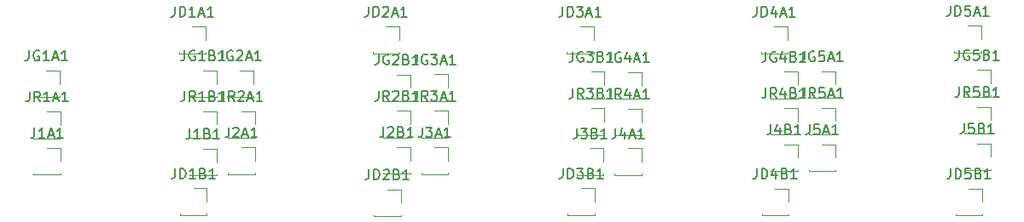
<source format=gbr>
G04 #@! TF.GenerationSoftware,KiCad,Pcbnew,6.0.0-unknown-cbea514~86~ubuntu18.04.1*
G04 #@! TF.CreationDate,2019-06-03T21:41:18+01:00*
G04 #@! TF.ProjectId,keyb,6b657962-2e6b-4696-9361-645f70636258,rev?*
G04 #@! TF.SameCoordinates,Original*
G04 #@! TF.FileFunction,Legend,Top*
G04 #@! TF.FilePolarity,Positive*
%FSLAX46Y46*%
G04 Gerber Fmt 4.6, Leading zero omitted, Abs format (unit mm)*
G04 Created by KiCad (PCBNEW 6.0.0-unknown-cbea514~86~ubuntu18.04.1) date 2019-06-03 21:41:18*
%MOMM*%
%LPD*%
G04 APERTURE LIST*
%ADD10C,0.120000*%
%ADD11C,0.150000*%
G04 APERTURE END LIST*
D10*
X111496800Y-85327800D02*
X114156800Y-85327800D01*
X111496800Y-85207800D02*
X111496800Y-85327800D01*
X114156800Y-85207800D02*
X114156800Y-85327800D01*
X114156800Y-82667800D02*
X114156800Y-83997800D01*
X112826800Y-82667800D02*
X114156800Y-82667800D01*
X97044200Y-93481200D02*
X99704200Y-93481200D01*
X97044200Y-93361200D02*
X97044200Y-93481200D01*
X99704200Y-93361200D02*
X99704200Y-93481200D01*
X99704200Y-90821200D02*
X99704200Y-92151200D01*
X98374200Y-90821200D02*
X99704200Y-90821200D01*
X112436600Y-97037200D02*
X115096600Y-97037200D01*
X112436600Y-96917200D02*
X112436600Y-97037200D01*
X115096600Y-96917200D02*
X115096600Y-97037200D01*
X115096600Y-94377200D02*
X115096600Y-95707200D01*
X113766600Y-94377200D02*
X115096600Y-94377200D01*
X112436600Y-93405000D02*
X115096600Y-93405000D01*
X112436600Y-93285000D02*
X112436600Y-93405000D01*
X115096600Y-93285000D02*
X115096600Y-93405000D01*
X115096600Y-90745000D02*
X115096600Y-92075000D01*
X113766600Y-90745000D02*
X115096600Y-90745000D01*
X112436600Y-89722000D02*
X115096600Y-89722000D01*
X112436600Y-89602000D02*
X112436600Y-89722000D01*
X115096600Y-89602000D02*
X115096600Y-89722000D01*
X115096600Y-87062000D02*
X115096600Y-88392000D01*
X113766600Y-87062000D02*
X115096600Y-87062000D01*
X97018800Y-89849000D02*
X99678800Y-89849000D01*
X97018800Y-89729000D02*
X97018800Y-89849000D01*
X99678800Y-89729000D02*
X99678800Y-89849000D01*
X99678800Y-87189000D02*
X99678800Y-88519000D01*
X98348800Y-87189000D02*
X99678800Y-87189000D01*
X97044200Y-97113400D02*
X99704200Y-97113400D01*
X97044200Y-96993400D02*
X97044200Y-97113400D01*
X99704200Y-96993400D02*
X99704200Y-97113400D01*
X99704200Y-94453400D02*
X99704200Y-95783400D01*
X98374200Y-94453400D02*
X99704200Y-94453400D01*
X111598400Y-101533000D02*
X114258400Y-101533000D01*
X111598400Y-101413000D02*
X111598400Y-101533000D01*
X114258400Y-101413000D02*
X114258400Y-101533000D01*
X114258400Y-98873000D02*
X114258400Y-100203000D01*
X112928400Y-98873000D02*
X114258400Y-98873000D01*
X53762600Y-85404000D02*
X56422600Y-85404000D01*
X53762600Y-85284000D02*
X53762600Y-85404000D01*
X56422600Y-85284000D02*
X56422600Y-85404000D01*
X56422600Y-82744000D02*
X56422600Y-84074000D01*
X55092600Y-82744000D02*
X56422600Y-82744000D01*
X54829400Y-90179200D02*
X57489400Y-90179200D01*
X54829400Y-90059200D02*
X54829400Y-90179200D01*
X57489400Y-90059200D02*
X57489400Y-90179200D01*
X57489400Y-87519200D02*
X57489400Y-88849200D01*
X56159400Y-87519200D02*
X57489400Y-87519200D01*
X54829400Y-97392800D02*
X57489400Y-97392800D01*
X54829400Y-97272800D02*
X54829400Y-97392800D01*
X57489400Y-97272800D02*
X57489400Y-97392800D01*
X57489400Y-94732800D02*
X57489400Y-96062800D01*
X56159400Y-94732800D02*
X57489400Y-94732800D01*
X74031800Y-97519800D02*
X76691800Y-97519800D01*
X74031800Y-97399800D02*
X74031800Y-97519800D01*
X76691800Y-97399800D02*
X76691800Y-97519800D01*
X76691800Y-94859800D02*
X76691800Y-96189800D01*
X75361800Y-94859800D02*
X76691800Y-94859800D01*
X73142800Y-101507600D02*
X75802800Y-101507600D01*
X73142800Y-101387600D02*
X73142800Y-101507600D01*
X75802800Y-101387600D02*
X75802800Y-101507600D01*
X75802800Y-98847600D02*
X75802800Y-100177600D01*
X74472800Y-98847600D02*
X75802800Y-98847600D01*
X73041200Y-85404000D02*
X75701200Y-85404000D01*
X73041200Y-85284000D02*
X73041200Y-85404000D01*
X75701200Y-85284000D02*
X75701200Y-85404000D01*
X75701200Y-82744000D02*
X75701200Y-84074000D01*
X74371200Y-82744000D02*
X75701200Y-82744000D01*
X58588600Y-97418200D02*
X61248600Y-97418200D01*
X58588600Y-97298200D02*
X58588600Y-97418200D01*
X61248600Y-97298200D02*
X61248600Y-97418200D01*
X61248600Y-94758200D02*
X61248600Y-96088200D01*
X59918600Y-94758200D02*
X61248600Y-94758200D01*
X58588600Y-93786000D02*
X61248600Y-93786000D01*
X58588600Y-93666000D02*
X58588600Y-93786000D01*
X61248600Y-93666000D02*
X61248600Y-93786000D01*
X61248600Y-91126000D02*
X61248600Y-92456000D01*
X59918600Y-91126000D02*
X61248600Y-91126000D01*
X54829400Y-93786000D02*
X57489400Y-93786000D01*
X54829400Y-93666000D02*
X54829400Y-93786000D01*
X57489400Y-93666000D02*
X57489400Y-93786000D01*
X57489400Y-91126000D02*
X57489400Y-92456000D01*
X56159400Y-91126000D02*
X57489400Y-91126000D01*
X58588600Y-90153800D02*
X61248600Y-90153800D01*
X58588600Y-90033800D02*
X58588600Y-90153800D01*
X61248600Y-90033800D02*
X61248600Y-90153800D01*
X61248600Y-87493800D02*
X61248600Y-88823800D01*
X59918600Y-87493800D02*
X61248600Y-87493800D01*
X39411600Y-93811400D02*
X42071600Y-93811400D01*
X39411600Y-93691400D02*
X39411600Y-93811400D01*
X42071600Y-93691400D02*
X42071600Y-93811400D01*
X42071600Y-91151400D02*
X42071600Y-92481400D01*
X40741600Y-91151400D02*
X42071600Y-91151400D01*
X74108000Y-93532000D02*
X76768000Y-93532000D01*
X74108000Y-93412000D02*
X74108000Y-93532000D01*
X76768000Y-93412000D02*
X76768000Y-93532000D01*
X76768000Y-90872000D02*
X76768000Y-92202000D01*
X75438000Y-90872000D02*
X76768000Y-90872000D01*
X74108000Y-89899800D02*
X76768000Y-89899800D01*
X74108000Y-89779800D02*
X74108000Y-89899800D01*
X76768000Y-89779800D02*
X76768000Y-89899800D01*
X76768000Y-87239800D02*
X76768000Y-88569800D01*
X75438000Y-87239800D02*
X76768000Y-87239800D01*
X93259600Y-93506600D02*
X95919600Y-93506600D01*
X93259600Y-93386600D02*
X93259600Y-93506600D01*
X95919600Y-93386600D02*
X95919600Y-93506600D01*
X95919600Y-90846600D02*
X95919600Y-92176600D01*
X94589600Y-90846600D02*
X95919600Y-90846600D01*
X93259600Y-97113400D02*
X95919600Y-97113400D01*
X93259600Y-96993400D02*
X93259600Y-97113400D01*
X95919600Y-96993400D02*
X95919600Y-97113400D01*
X95919600Y-94453400D02*
X95919600Y-95783400D01*
X94589600Y-94453400D02*
X95919600Y-94453400D01*
X39411600Y-97418200D02*
X42071600Y-97418200D01*
X39411600Y-97298200D02*
X39411600Y-97418200D01*
X42071600Y-97298200D02*
X42071600Y-97418200D01*
X42071600Y-94758200D02*
X42071600Y-96088200D01*
X40741600Y-94758200D02*
X42071600Y-94758200D01*
X20133000Y-97469000D02*
X22793000Y-97469000D01*
X20133000Y-97349000D02*
X20133000Y-97469000D01*
X22793000Y-97349000D02*
X22793000Y-97469000D01*
X22793000Y-94809000D02*
X22793000Y-96139000D01*
X21463000Y-94809000D02*
X22793000Y-94809000D01*
X34560200Y-85404000D02*
X37220200Y-85404000D01*
X34560200Y-85284000D02*
X34560200Y-85404000D01*
X37220200Y-85284000D02*
X37220200Y-85404000D01*
X37220200Y-82744000D02*
X37220200Y-84074000D01*
X35890200Y-82744000D02*
X37220200Y-82744000D01*
X20082200Y-89772800D02*
X22742200Y-89772800D01*
X20082200Y-89652800D02*
X20082200Y-89772800D01*
X22742200Y-89652800D02*
X22742200Y-89772800D01*
X22742200Y-87112800D02*
X22742200Y-88442800D01*
X21412200Y-87112800D02*
X22742200Y-87112800D01*
X20133000Y-93862200D02*
X22793000Y-93862200D01*
X20133000Y-93742200D02*
X20133000Y-93862200D01*
X22793000Y-93742200D02*
X22793000Y-93862200D01*
X22793000Y-91202200D02*
X22793000Y-92532200D01*
X21463000Y-91202200D02*
X22793000Y-91202200D01*
X34661800Y-101507600D02*
X37321800Y-101507600D01*
X34661800Y-101387600D02*
X34661800Y-101507600D01*
X37321800Y-101387600D02*
X37321800Y-101507600D01*
X37321800Y-98847600D02*
X37321800Y-100177600D01*
X35991800Y-98847600D02*
X37321800Y-98847600D01*
X35601600Y-97570600D02*
X38261600Y-97570600D01*
X35601600Y-97450600D02*
X35601600Y-97570600D01*
X38261600Y-97450600D02*
X38261600Y-97570600D01*
X38261600Y-94910600D02*
X38261600Y-96240600D01*
X36931600Y-94910600D02*
X38261600Y-94910600D01*
X35601600Y-89772800D02*
X38261600Y-89772800D01*
X35601600Y-89652800D02*
X35601600Y-89772800D01*
X38261600Y-89652800D02*
X38261600Y-89772800D01*
X38261600Y-87112800D02*
X38261600Y-88442800D01*
X36931600Y-87112800D02*
X38261600Y-87112800D01*
X77791000Y-93582800D02*
X80451000Y-93582800D01*
X77791000Y-93462800D02*
X77791000Y-93582800D01*
X80451000Y-93462800D02*
X80451000Y-93582800D01*
X80451000Y-90922800D02*
X80451000Y-92252800D01*
X79121000Y-90922800D02*
X80451000Y-90922800D01*
X92370600Y-101533000D02*
X95030600Y-101533000D01*
X92370600Y-101413000D02*
X92370600Y-101533000D01*
X95030600Y-101413000D02*
X95030600Y-101533000D01*
X95030600Y-98873000D02*
X95030600Y-100203000D01*
X93700600Y-98873000D02*
X95030600Y-98873000D01*
X77791000Y-97519800D02*
X80451000Y-97519800D01*
X77791000Y-97399800D02*
X77791000Y-97519800D01*
X80451000Y-97399800D02*
X80451000Y-97519800D01*
X80451000Y-94859800D02*
X80451000Y-96189800D01*
X79121000Y-94859800D02*
X80451000Y-94859800D01*
X77791000Y-89950600D02*
X80451000Y-89950600D01*
X77791000Y-89830600D02*
X77791000Y-89950600D01*
X80451000Y-89830600D02*
X80451000Y-89950600D01*
X80451000Y-87290600D02*
X80451000Y-88620600D01*
X79121000Y-87290600D02*
X80451000Y-87290600D01*
X93259600Y-89899800D02*
X95919600Y-89899800D01*
X93259600Y-89779800D02*
X93259600Y-89899800D01*
X95919600Y-89779800D02*
X95919600Y-89899800D01*
X95919600Y-87239800D02*
X95919600Y-88569800D01*
X94589600Y-87239800D02*
X95919600Y-87239800D01*
X92294400Y-85404000D02*
X94954400Y-85404000D01*
X92294400Y-85284000D02*
X92294400Y-85404000D01*
X94954400Y-85284000D02*
X94954400Y-85404000D01*
X94954400Y-82744000D02*
X94954400Y-84074000D01*
X93624400Y-82744000D02*
X94954400Y-82744000D01*
X39284600Y-89772800D02*
X41944600Y-89772800D01*
X39284600Y-89652800D02*
X39284600Y-89772800D01*
X41944600Y-89652800D02*
X41944600Y-89772800D01*
X41944600Y-87112800D02*
X41944600Y-88442800D01*
X40614600Y-87112800D02*
X41944600Y-87112800D01*
X53889600Y-101609200D02*
X56549600Y-101609200D01*
X53889600Y-101489200D02*
X53889600Y-101609200D01*
X56549600Y-101489200D02*
X56549600Y-101609200D01*
X56549600Y-98949200D02*
X56549600Y-100279200D01*
X55219600Y-98949200D02*
X56549600Y-98949200D01*
X35601600Y-93811400D02*
X38261600Y-93811400D01*
X35601600Y-93691400D02*
X35601600Y-93811400D01*
X38261600Y-93691400D02*
X38261600Y-93811400D01*
X38261600Y-91151400D02*
X38261600Y-92481400D01*
X36931600Y-91151400D02*
X38261600Y-91151400D01*
D11*
X111088704Y-80680180D02*
X111088704Y-81394466D01*
X111041085Y-81537323D01*
X110945847Y-81632561D01*
X110802990Y-81680180D01*
X110707752Y-81680180D01*
X111564895Y-81680180D02*
X111564895Y-80680180D01*
X111802990Y-80680180D01*
X111945847Y-80727800D01*
X112041085Y-80823038D01*
X112088704Y-80918276D01*
X112136323Y-81108752D01*
X112136323Y-81251609D01*
X112088704Y-81442085D01*
X112041085Y-81537323D01*
X111945847Y-81632561D01*
X111802990Y-81680180D01*
X111564895Y-81680180D01*
X113041085Y-80680180D02*
X112564895Y-80680180D01*
X112517276Y-81156371D01*
X112564895Y-81108752D01*
X112660133Y-81061133D01*
X112898228Y-81061133D01*
X112993466Y-81108752D01*
X113041085Y-81156371D01*
X113088704Y-81251609D01*
X113088704Y-81489704D01*
X113041085Y-81584942D01*
X112993466Y-81632561D01*
X112898228Y-81680180D01*
X112660133Y-81680180D01*
X112564895Y-81632561D01*
X112517276Y-81584942D01*
X113469657Y-81394466D02*
X113945847Y-81394466D01*
X113374419Y-81680180D02*
X113707752Y-80680180D01*
X114041085Y-81680180D01*
X114898228Y-81680180D02*
X114326800Y-81680180D01*
X114612514Y-81680180D02*
X114612514Y-80680180D01*
X114517276Y-80823038D01*
X114422038Y-80918276D01*
X114326800Y-80965895D01*
X96636104Y-88833580D02*
X96636104Y-89547866D01*
X96588485Y-89690723D01*
X96493247Y-89785961D01*
X96350390Y-89833580D01*
X96255152Y-89833580D01*
X97683723Y-89833580D02*
X97350390Y-89357390D01*
X97112295Y-89833580D02*
X97112295Y-88833580D01*
X97493247Y-88833580D01*
X97588485Y-88881200D01*
X97636104Y-88928819D01*
X97683723Y-89024057D01*
X97683723Y-89166914D01*
X97636104Y-89262152D01*
X97588485Y-89309771D01*
X97493247Y-89357390D01*
X97112295Y-89357390D01*
X98588485Y-88833580D02*
X98112295Y-88833580D01*
X98064676Y-89309771D01*
X98112295Y-89262152D01*
X98207533Y-89214533D01*
X98445628Y-89214533D01*
X98540866Y-89262152D01*
X98588485Y-89309771D01*
X98636104Y-89405009D01*
X98636104Y-89643104D01*
X98588485Y-89738342D01*
X98540866Y-89785961D01*
X98445628Y-89833580D01*
X98207533Y-89833580D01*
X98112295Y-89785961D01*
X98064676Y-89738342D01*
X99017057Y-89547866D02*
X99493247Y-89547866D01*
X98921819Y-89833580D02*
X99255152Y-88833580D01*
X99588485Y-89833580D01*
X100445628Y-89833580D02*
X99874200Y-89833580D01*
X100159914Y-89833580D02*
X100159914Y-88833580D01*
X100064676Y-88976438D01*
X99969438Y-89071676D01*
X99874200Y-89119295D01*
X112457076Y-92389580D02*
X112457076Y-93103866D01*
X112409457Y-93246723D01*
X112314219Y-93341961D01*
X112171361Y-93389580D01*
X112076123Y-93389580D01*
X113409457Y-92389580D02*
X112933266Y-92389580D01*
X112885647Y-92865771D01*
X112933266Y-92818152D01*
X113028504Y-92770533D01*
X113266600Y-92770533D01*
X113361838Y-92818152D01*
X113409457Y-92865771D01*
X113457076Y-92961009D01*
X113457076Y-93199104D01*
X113409457Y-93294342D01*
X113361838Y-93341961D01*
X113266600Y-93389580D01*
X113028504Y-93389580D01*
X112933266Y-93341961D01*
X112885647Y-93294342D01*
X114218980Y-92865771D02*
X114361838Y-92913390D01*
X114409457Y-92961009D01*
X114457076Y-93056247D01*
X114457076Y-93199104D01*
X114409457Y-93294342D01*
X114361838Y-93341961D01*
X114266600Y-93389580D01*
X113885647Y-93389580D01*
X113885647Y-92389580D01*
X114218980Y-92389580D01*
X114314219Y-92437200D01*
X114361838Y-92484819D01*
X114409457Y-92580057D01*
X114409457Y-92675295D01*
X114361838Y-92770533D01*
X114314219Y-92818152D01*
X114218980Y-92865771D01*
X113885647Y-92865771D01*
X115409457Y-93389580D02*
X114838028Y-93389580D01*
X115123742Y-93389580D02*
X115123742Y-92389580D01*
X115028504Y-92532438D01*
X114933266Y-92627676D01*
X114838028Y-92675295D01*
X111957076Y-88757380D02*
X111957076Y-89471666D01*
X111909457Y-89614523D01*
X111814219Y-89709761D01*
X111671361Y-89757380D01*
X111576123Y-89757380D01*
X113004695Y-89757380D02*
X112671361Y-89281190D01*
X112433266Y-89757380D02*
X112433266Y-88757380D01*
X112814219Y-88757380D01*
X112909457Y-88805000D01*
X112957076Y-88852619D01*
X113004695Y-88947857D01*
X113004695Y-89090714D01*
X112957076Y-89185952D01*
X112909457Y-89233571D01*
X112814219Y-89281190D01*
X112433266Y-89281190D01*
X113909457Y-88757380D02*
X113433266Y-88757380D01*
X113385647Y-89233571D01*
X113433266Y-89185952D01*
X113528504Y-89138333D01*
X113766600Y-89138333D01*
X113861838Y-89185952D01*
X113909457Y-89233571D01*
X113957076Y-89328809D01*
X113957076Y-89566904D01*
X113909457Y-89662142D01*
X113861838Y-89709761D01*
X113766600Y-89757380D01*
X113528504Y-89757380D01*
X113433266Y-89709761D01*
X113385647Y-89662142D01*
X114718980Y-89233571D02*
X114861838Y-89281190D01*
X114909457Y-89328809D01*
X114957076Y-89424047D01*
X114957076Y-89566904D01*
X114909457Y-89662142D01*
X114861838Y-89709761D01*
X114766600Y-89757380D01*
X114385647Y-89757380D01*
X114385647Y-88757380D01*
X114718980Y-88757380D01*
X114814219Y-88805000D01*
X114861838Y-88852619D01*
X114909457Y-88947857D01*
X114909457Y-89043095D01*
X114861838Y-89138333D01*
X114814219Y-89185952D01*
X114718980Y-89233571D01*
X114385647Y-89233571D01*
X115909457Y-89757380D02*
X115338028Y-89757380D01*
X115623742Y-89757380D02*
X115623742Y-88757380D01*
X115528504Y-88900238D01*
X115433266Y-88995476D01*
X115338028Y-89043095D01*
X111957076Y-85074380D02*
X111957076Y-85788666D01*
X111909457Y-85931523D01*
X111814219Y-86026761D01*
X111671361Y-86074380D01*
X111576123Y-86074380D01*
X112957076Y-85122000D02*
X112861838Y-85074380D01*
X112718980Y-85074380D01*
X112576123Y-85122000D01*
X112480885Y-85217238D01*
X112433266Y-85312476D01*
X112385647Y-85502952D01*
X112385647Y-85645809D01*
X112433266Y-85836285D01*
X112480885Y-85931523D01*
X112576123Y-86026761D01*
X112718980Y-86074380D01*
X112814219Y-86074380D01*
X112957076Y-86026761D01*
X113004695Y-85979142D01*
X113004695Y-85645809D01*
X112814219Y-85645809D01*
X113909457Y-85074380D02*
X113433266Y-85074380D01*
X113385647Y-85550571D01*
X113433266Y-85502952D01*
X113528504Y-85455333D01*
X113766600Y-85455333D01*
X113861838Y-85502952D01*
X113909457Y-85550571D01*
X113957076Y-85645809D01*
X113957076Y-85883904D01*
X113909457Y-85979142D01*
X113861838Y-86026761D01*
X113766600Y-86074380D01*
X113528504Y-86074380D01*
X113433266Y-86026761D01*
X113385647Y-85979142D01*
X114718980Y-85550571D02*
X114861838Y-85598190D01*
X114909457Y-85645809D01*
X114957076Y-85741047D01*
X114957076Y-85883904D01*
X114909457Y-85979142D01*
X114861838Y-86026761D01*
X114766600Y-86074380D01*
X114385647Y-86074380D01*
X114385647Y-85074380D01*
X114718980Y-85074380D01*
X114814219Y-85122000D01*
X114861838Y-85169619D01*
X114909457Y-85264857D01*
X114909457Y-85360095D01*
X114861838Y-85455333D01*
X114814219Y-85502952D01*
X114718980Y-85550571D01*
X114385647Y-85550571D01*
X115909457Y-86074380D02*
X115338028Y-86074380D01*
X115623742Y-86074380D02*
X115623742Y-85074380D01*
X115528504Y-85217238D01*
X115433266Y-85312476D01*
X115338028Y-85360095D01*
X96610704Y-85201380D02*
X96610704Y-85915666D01*
X96563085Y-86058523D01*
X96467847Y-86153761D01*
X96324990Y-86201380D01*
X96229752Y-86201380D01*
X97610704Y-85249000D02*
X97515466Y-85201380D01*
X97372609Y-85201380D01*
X97229752Y-85249000D01*
X97134514Y-85344238D01*
X97086895Y-85439476D01*
X97039276Y-85629952D01*
X97039276Y-85772809D01*
X97086895Y-85963285D01*
X97134514Y-86058523D01*
X97229752Y-86153761D01*
X97372609Y-86201380D01*
X97467847Y-86201380D01*
X97610704Y-86153761D01*
X97658323Y-86106142D01*
X97658323Y-85772809D01*
X97467847Y-85772809D01*
X98563085Y-85201380D02*
X98086895Y-85201380D01*
X98039276Y-85677571D01*
X98086895Y-85629952D01*
X98182133Y-85582333D01*
X98420228Y-85582333D01*
X98515466Y-85629952D01*
X98563085Y-85677571D01*
X98610704Y-85772809D01*
X98610704Y-86010904D01*
X98563085Y-86106142D01*
X98515466Y-86153761D01*
X98420228Y-86201380D01*
X98182133Y-86201380D01*
X98086895Y-86153761D01*
X98039276Y-86106142D01*
X98991657Y-85915666D02*
X99467847Y-85915666D01*
X98896419Y-86201380D02*
X99229752Y-85201380D01*
X99563085Y-86201380D01*
X100420228Y-86201380D02*
X99848800Y-86201380D01*
X100134514Y-86201380D02*
X100134514Y-85201380D01*
X100039276Y-85344238D01*
X99944038Y-85439476D01*
X99848800Y-85487095D01*
X97136104Y-92465780D02*
X97136104Y-93180066D01*
X97088485Y-93322923D01*
X96993247Y-93418161D01*
X96850390Y-93465780D01*
X96755152Y-93465780D01*
X98088485Y-92465780D02*
X97612295Y-92465780D01*
X97564676Y-92941971D01*
X97612295Y-92894352D01*
X97707533Y-92846733D01*
X97945628Y-92846733D01*
X98040866Y-92894352D01*
X98088485Y-92941971D01*
X98136104Y-93037209D01*
X98136104Y-93275304D01*
X98088485Y-93370542D01*
X98040866Y-93418161D01*
X97945628Y-93465780D01*
X97707533Y-93465780D01*
X97612295Y-93418161D01*
X97564676Y-93370542D01*
X98517057Y-93180066D02*
X98993247Y-93180066D01*
X98421819Y-93465780D02*
X98755152Y-92465780D01*
X99088485Y-93465780D01*
X99945628Y-93465780D02*
X99374200Y-93465780D01*
X99659914Y-93465780D02*
X99659914Y-92465780D01*
X99564676Y-92608638D01*
X99469438Y-92703876D01*
X99374200Y-92751495D01*
X111118876Y-96885380D02*
X111118876Y-97599666D01*
X111071257Y-97742523D01*
X110976019Y-97837761D01*
X110833161Y-97885380D01*
X110737923Y-97885380D01*
X111595066Y-97885380D02*
X111595066Y-96885380D01*
X111833161Y-96885380D01*
X111976019Y-96933000D01*
X112071257Y-97028238D01*
X112118876Y-97123476D01*
X112166495Y-97313952D01*
X112166495Y-97456809D01*
X112118876Y-97647285D01*
X112071257Y-97742523D01*
X111976019Y-97837761D01*
X111833161Y-97885380D01*
X111595066Y-97885380D01*
X113071257Y-96885380D02*
X112595066Y-96885380D01*
X112547447Y-97361571D01*
X112595066Y-97313952D01*
X112690304Y-97266333D01*
X112928400Y-97266333D01*
X113023638Y-97313952D01*
X113071257Y-97361571D01*
X113118876Y-97456809D01*
X113118876Y-97694904D01*
X113071257Y-97790142D01*
X113023638Y-97837761D01*
X112928400Y-97885380D01*
X112690304Y-97885380D01*
X112595066Y-97837761D01*
X112547447Y-97790142D01*
X113880780Y-97361571D02*
X114023638Y-97409190D01*
X114071257Y-97456809D01*
X114118876Y-97552047D01*
X114118876Y-97694904D01*
X114071257Y-97790142D01*
X114023638Y-97837761D01*
X113928400Y-97885380D01*
X113547447Y-97885380D01*
X113547447Y-96885380D01*
X113880780Y-96885380D01*
X113976019Y-96933000D01*
X114023638Y-96980619D01*
X114071257Y-97075857D01*
X114071257Y-97171095D01*
X114023638Y-97266333D01*
X113976019Y-97313952D01*
X113880780Y-97361571D01*
X113547447Y-97361571D01*
X115071257Y-97885380D02*
X114499828Y-97885380D01*
X114785542Y-97885380D02*
X114785542Y-96885380D01*
X114690304Y-97028238D01*
X114595066Y-97123476D01*
X114499828Y-97171095D01*
X53354504Y-80756380D02*
X53354504Y-81470666D01*
X53306885Y-81613523D01*
X53211647Y-81708761D01*
X53068790Y-81756380D01*
X52973552Y-81756380D01*
X53830695Y-81756380D02*
X53830695Y-80756380D01*
X54068790Y-80756380D01*
X54211647Y-80804000D01*
X54306885Y-80899238D01*
X54354504Y-80994476D01*
X54402123Y-81184952D01*
X54402123Y-81327809D01*
X54354504Y-81518285D01*
X54306885Y-81613523D01*
X54211647Y-81708761D01*
X54068790Y-81756380D01*
X53830695Y-81756380D01*
X54783076Y-80851619D02*
X54830695Y-80804000D01*
X54925933Y-80756380D01*
X55164028Y-80756380D01*
X55259266Y-80804000D01*
X55306885Y-80851619D01*
X55354504Y-80946857D01*
X55354504Y-81042095D01*
X55306885Y-81184952D01*
X54735457Y-81756380D01*
X55354504Y-81756380D01*
X55735457Y-81470666D02*
X56211647Y-81470666D01*
X55640219Y-81756380D02*
X55973552Y-80756380D01*
X56306885Y-81756380D01*
X57164028Y-81756380D02*
X56592600Y-81756380D01*
X56878314Y-81756380D02*
X56878314Y-80756380D01*
X56783076Y-80899238D01*
X56687838Y-80994476D01*
X56592600Y-81042095D01*
X54349876Y-85531580D02*
X54349876Y-86245866D01*
X54302257Y-86388723D01*
X54207019Y-86483961D01*
X54064161Y-86531580D01*
X53968923Y-86531580D01*
X55349876Y-85579200D02*
X55254638Y-85531580D01*
X55111780Y-85531580D01*
X54968923Y-85579200D01*
X54873685Y-85674438D01*
X54826066Y-85769676D01*
X54778447Y-85960152D01*
X54778447Y-86103009D01*
X54826066Y-86293485D01*
X54873685Y-86388723D01*
X54968923Y-86483961D01*
X55111780Y-86531580D01*
X55207019Y-86531580D01*
X55349876Y-86483961D01*
X55397495Y-86436342D01*
X55397495Y-86103009D01*
X55207019Y-86103009D01*
X55778447Y-85626819D02*
X55826066Y-85579200D01*
X55921304Y-85531580D01*
X56159400Y-85531580D01*
X56254638Y-85579200D01*
X56302257Y-85626819D01*
X56349876Y-85722057D01*
X56349876Y-85817295D01*
X56302257Y-85960152D01*
X55730828Y-86531580D01*
X56349876Y-86531580D01*
X57111780Y-86007771D02*
X57254638Y-86055390D01*
X57302257Y-86103009D01*
X57349876Y-86198247D01*
X57349876Y-86341104D01*
X57302257Y-86436342D01*
X57254638Y-86483961D01*
X57159400Y-86531580D01*
X56778447Y-86531580D01*
X56778447Y-85531580D01*
X57111780Y-85531580D01*
X57207019Y-85579200D01*
X57254638Y-85626819D01*
X57302257Y-85722057D01*
X57302257Y-85817295D01*
X57254638Y-85912533D01*
X57207019Y-85960152D01*
X57111780Y-86007771D01*
X56778447Y-86007771D01*
X58302257Y-86531580D02*
X57730828Y-86531580D01*
X58016542Y-86531580D02*
X58016542Y-85531580D01*
X57921304Y-85674438D01*
X57826066Y-85769676D01*
X57730828Y-85817295D01*
X54849876Y-92745180D02*
X54849876Y-93459466D01*
X54802257Y-93602323D01*
X54707019Y-93697561D01*
X54564161Y-93745180D01*
X54468923Y-93745180D01*
X55278447Y-92840419D02*
X55326066Y-92792800D01*
X55421304Y-92745180D01*
X55659400Y-92745180D01*
X55754638Y-92792800D01*
X55802257Y-92840419D01*
X55849876Y-92935657D01*
X55849876Y-93030895D01*
X55802257Y-93173752D01*
X55230828Y-93745180D01*
X55849876Y-93745180D01*
X56611780Y-93221371D02*
X56754638Y-93268990D01*
X56802257Y-93316609D01*
X56849876Y-93411847D01*
X56849876Y-93554704D01*
X56802257Y-93649942D01*
X56754638Y-93697561D01*
X56659400Y-93745180D01*
X56278447Y-93745180D01*
X56278447Y-92745180D01*
X56611780Y-92745180D01*
X56707019Y-92792800D01*
X56754638Y-92840419D01*
X56802257Y-92935657D01*
X56802257Y-93030895D01*
X56754638Y-93126133D01*
X56707019Y-93173752D01*
X56611780Y-93221371D01*
X56278447Y-93221371D01*
X57802257Y-93745180D02*
X57230828Y-93745180D01*
X57516542Y-93745180D02*
X57516542Y-92745180D01*
X57421304Y-92888038D01*
X57326066Y-92983276D01*
X57230828Y-93030895D01*
X74052276Y-92872180D02*
X74052276Y-93586466D01*
X74004657Y-93729323D01*
X73909419Y-93824561D01*
X73766561Y-93872180D01*
X73671323Y-93872180D01*
X74433228Y-92872180D02*
X75052276Y-92872180D01*
X74718942Y-93253133D01*
X74861800Y-93253133D01*
X74957038Y-93300752D01*
X75004657Y-93348371D01*
X75052276Y-93443609D01*
X75052276Y-93681704D01*
X75004657Y-93776942D01*
X74957038Y-93824561D01*
X74861800Y-93872180D01*
X74576085Y-93872180D01*
X74480847Y-93824561D01*
X74433228Y-93776942D01*
X75814180Y-93348371D02*
X75957038Y-93395990D01*
X76004657Y-93443609D01*
X76052276Y-93538847D01*
X76052276Y-93681704D01*
X76004657Y-93776942D01*
X75957038Y-93824561D01*
X75861800Y-93872180D01*
X75480847Y-93872180D01*
X75480847Y-92872180D01*
X75814180Y-92872180D01*
X75909419Y-92919800D01*
X75957038Y-92967419D01*
X76004657Y-93062657D01*
X76004657Y-93157895D01*
X75957038Y-93253133D01*
X75909419Y-93300752D01*
X75814180Y-93348371D01*
X75480847Y-93348371D01*
X77004657Y-93872180D02*
X76433228Y-93872180D01*
X76718942Y-93872180D02*
X76718942Y-92872180D01*
X76623704Y-93015038D01*
X76528466Y-93110276D01*
X76433228Y-93157895D01*
X72663276Y-96859980D02*
X72663276Y-97574266D01*
X72615657Y-97717123D01*
X72520419Y-97812361D01*
X72377561Y-97859980D01*
X72282323Y-97859980D01*
X73139466Y-97859980D02*
X73139466Y-96859980D01*
X73377561Y-96859980D01*
X73520419Y-96907600D01*
X73615657Y-97002838D01*
X73663276Y-97098076D01*
X73710895Y-97288552D01*
X73710895Y-97431409D01*
X73663276Y-97621885D01*
X73615657Y-97717123D01*
X73520419Y-97812361D01*
X73377561Y-97859980D01*
X73139466Y-97859980D01*
X74044228Y-96859980D02*
X74663276Y-96859980D01*
X74329942Y-97240933D01*
X74472800Y-97240933D01*
X74568038Y-97288552D01*
X74615657Y-97336171D01*
X74663276Y-97431409D01*
X74663276Y-97669504D01*
X74615657Y-97764742D01*
X74568038Y-97812361D01*
X74472800Y-97859980D01*
X74187085Y-97859980D01*
X74091847Y-97812361D01*
X74044228Y-97764742D01*
X75425180Y-97336171D02*
X75568038Y-97383790D01*
X75615657Y-97431409D01*
X75663276Y-97526647D01*
X75663276Y-97669504D01*
X75615657Y-97764742D01*
X75568038Y-97812361D01*
X75472800Y-97859980D01*
X75091847Y-97859980D01*
X75091847Y-96859980D01*
X75425180Y-96859980D01*
X75520419Y-96907600D01*
X75568038Y-96955219D01*
X75615657Y-97050457D01*
X75615657Y-97145695D01*
X75568038Y-97240933D01*
X75520419Y-97288552D01*
X75425180Y-97336171D01*
X75091847Y-97336171D01*
X76615657Y-97859980D02*
X76044228Y-97859980D01*
X76329942Y-97859980D02*
X76329942Y-96859980D01*
X76234704Y-97002838D01*
X76139466Y-97098076D01*
X76044228Y-97145695D01*
X72633104Y-80756380D02*
X72633104Y-81470666D01*
X72585485Y-81613523D01*
X72490247Y-81708761D01*
X72347390Y-81756380D01*
X72252152Y-81756380D01*
X73109295Y-81756380D02*
X73109295Y-80756380D01*
X73347390Y-80756380D01*
X73490247Y-80804000D01*
X73585485Y-80899238D01*
X73633104Y-80994476D01*
X73680723Y-81184952D01*
X73680723Y-81327809D01*
X73633104Y-81518285D01*
X73585485Y-81613523D01*
X73490247Y-81708761D01*
X73347390Y-81756380D01*
X73109295Y-81756380D01*
X74014057Y-80756380D02*
X74633104Y-80756380D01*
X74299771Y-81137333D01*
X74442628Y-81137333D01*
X74537866Y-81184952D01*
X74585485Y-81232571D01*
X74633104Y-81327809D01*
X74633104Y-81565904D01*
X74585485Y-81661142D01*
X74537866Y-81708761D01*
X74442628Y-81756380D01*
X74156914Y-81756380D01*
X74061676Y-81708761D01*
X74014057Y-81661142D01*
X75014057Y-81470666D02*
X75490247Y-81470666D01*
X74918819Y-81756380D02*
X75252152Y-80756380D01*
X75585485Y-81756380D01*
X76442628Y-81756380D02*
X75871200Y-81756380D01*
X76156914Y-81756380D02*
X76156914Y-80756380D01*
X76061676Y-80899238D01*
X75966438Y-80994476D01*
X75871200Y-81042095D01*
X58680504Y-92770580D02*
X58680504Y-93484866D01*
X58632885Y-93627723D01*
X58537647Y-93722961D01*
X58394790Y-93770580D01*
X58299552Y-93770580D01*
X59061457Y-92770580D02*
X59680504Y-92770580D01*
X59347171Y-93151533D01*
X59490028Y-93151533D01*
X59585266Y-93199152D01*
X59632885Y-93246771D01*
X59680504Y-93342009D01*
X59680504Y-93580104D01*
X59632885Y-93675342D01*
X59585266Y-93722961D01*
X59490028Y-93770580D01*
X59204314Y-93770580D01*
X59109076Y-93722961D01*
X59061457Y-93675342D01*
X60061457Y-93484866D02*
X60537647Y-93484866D01*
X59966219Y-93770580D02*
X60299552Y-92770580D01*
X60632885Y-93770580D01*
X61490028Y-93770580D02*
X60918600Y-93770580D01*
X61204314Y-93770580D02*
X61204314Y-92770580D01*
X61109076Y-92913438D01*
X61013838Y-93008676D01*
X60918600Y-93056295D01*
X58180504Y-89138380D02*
X58180504Y-89852666D01*
X58132885Y-89995523D01*
X58037647Y-90090761D01*
X57894790Y-90138380D01*
X57799552Y-90138380D01*
X59228123Y-90138380D02*
X58894790Y-89662190D01*
X58656695Y-90138380D02*
X58656695Y-89138380D01*
X59037647Y-89138380D01*
X59132885Y-89186000D01*
X59180504Y-89233619D01*
X59228123Y-89328857D01*
X59228123Y-89471714D01*
X59180504Y-89566952D01*
X59132885Y-89614571D01*
X59037647Y-89662190D01*
X58656695Y-89662190D01*
X59561457Y-89138380D02*
X60180504Y-89138380D01*
X59847171Y-89519333D01*
X59990028Y-89519333D01*
X60085266Y-89566952D01*
X60132885Y-89614571D01*
X60180504Y-89709809D01*
X60180504Y-89947904D01*
X60132885Y-90043142D01*
X60085266Y-90090761D01*
X59990028Y-90138380D01*
X59704314Y-90138380D01*
X59609076Y-90090761D01*
X59561457Y-90043142D01*
X60561457Y-89852666D02*
X61037647Y-89852666D01*
X60466219Y-90138380D02*
X60799552Y-89138380D01*
X61132885Y-90138380D01*
X61990028Y-90138380D02*
X61418600Y-90138380D01*
X61704314Y-90138380D02*
X61704314Y-89138380D01*
X61609076Y-89281238D01*
X61513838Y-89376476D01*
X61418600Y-89424095D01*
X54349876Y-89138380D02*
X54349876Y-89852666D01*
X54302257Y-89995523D01*
X54207019Y-90090761D01*
X54064161Y-90138380D01*
X53968923Y-90138380D01*
X55397495Y-90138380D02*
X55064161Y-89662190D01*
X54826066Y-90138380D02*
X54826066Y-89138380D01*
X55207019Y-89138380D01*
X55302257Y-89186000D01*
X55349876Y-89233619D01*
X55397495Y-89328857D01*
X55397495Y-89471714D01*
X55349876Y-89566952D01*
X55302257Y-89614571D01*
X55207019Y-89662190D01*
X54826066Y-89662190D01*
X55778447Y-89233619D02*
X55826066Y-89186000D01*
X55921304Y-89138380D01*
X56159400Y-89138380D01*
X56254638Y-89186000D01*
X56302257Y-89233619D01*
X56349876Y-89328857D01*
X56349876Y-89424095D01*
X56302257Y-89566952D01*
X55730828Y-90138380D01*
X56349876Y-90138380D01*
X57111780Y-89614571D02*
X57254638Y-89662190D01*
X57302257Y-89709809D01*
X57349876Y-89805047D01*
X57349876Y-89947904D01*
X57302257Y-90043142D01*
X57254638Y-90090761D01*
X57159400Y-90138380D01*
X56778447Y-90138380D01*
X56778447Y-89138380D01*
X57111780Y-89138380D01*
X57207019Y-89186000D01*
X57254638Y-89233619D01*
X57302257Y-89328857D01*
X57302257Y-89424095D01*
X57254638Y-89519333D01*
X57207019Y-89566952D01*
X57111780Y-89614571D01*
X56778447Y-89614571D01*
X58302257Y-90138380D02*
X57730828Y-90138380D01*
X58016542Y-90138380D02*
X58016542Y-89138380D01*
X57921304Y-89281238D01*
X57826066Y-89376476D01*
X57730828Y-89424095D01*
X58180504Y-85506180D02*
X58180504Y-86220466D01*
X58132885Y-86363323D01*
X58037647Y-86458561D01*
X57894790Y-86506180D01*
X57799552Y-86506180D01*
X59180504Y-85553800D02*
X59085266Y-85506180D01*
X58942409Y-85506180D01*
X58799552Y-85553800D01*
X58704314Y-85649038D01*
X58656695Y-85744276D01*
X58609076Y-85934752D01*
X58609076Y-86077609D01*
X58656695Y-86268085D01*
X58704314Y-86363323D01*
X58799552Y-86458561D01*
X58942409Y-86506180D01*
X59037647Y-86506180D01*
X59180504Y-86458561D01*
X59228123Y-86410942D01*
X59228123Y-86077609D01*
X59037647Y-86077609D01*
X59561457Y-85506180D02*
X60180504Y-85506180D01*
X59847171Y-85887133D01*
X59990028Y-85887133D01*
X60085266Y-85934752D01*
X60132885Y-85982371D01*
X60180504Y-86077609D01*
X60180504Y-86315704D01*
X60132885Y-86410942D01*
X60085266Y-86458561D01*
X59990028Y-86506180D01*
X59704314Y-86506180D01*
X59609076Y-86458561D01*
X59561457Y-86410942D01*
X60561457Y-86220466D02*
X61037647Y-86220466D01*
X60466219Y-86506180D02*
X60799552Y-85506180D01*
X61132885Y-86506180D01*
X61990028Y-86506180D02*
X61418600Y-86506180D01*
X61704314Y-86506180D02*
X61704314Y-85506180D01*
X61609076Y-85649038D01*
X61513838Y-85744276D01*
X61418600Y-85791895D01*
X39003504Y-89163780D02*
X39003504Y-89878066D01*
X38955885Y-90020923D01*
X38860647Y-90116161D01*
X38717790Y-90163780D01*
X38622552Y-90163780D01*
X40051123Y-90163780D02*
X39717790Y-89687590D01*
X39479695Y-90163780D02*
X39479695Y-89163780D01*
X39860647Y-89163780D01*
X39955885Y-89211400D01*
X40003504Y-89259019D01*
X40051123Y-89354257D01*
X40051123Y-89497114D01*
X40003504Y-89592352D01*
X39955885Y-89639971D01*
X39860647Y-89687590D01*
X39479695Y-89687590D01*
X40432076Y-89259019D02*
X40479695Y-89211400D01*
X40574933Y-89163780D01*
X40813028Y-89163780D01*
X40908266Y-89211400D01*
X40955885Y-89259019D01*
X41003504Y-89354257D01*
X41003504Y-89449495D01*
X40955885Y-89592352D01*
X40384457Y-90163780D01*
X41003504Y-90163780D01*
X41384457Y-89878066D02*
X41860647Y-89878066D01*
X41289219Y-90163780D02*
X41622552Y-89163780D01*
X41955885Y-90163780D01*
X42813028Y-90163780D02*
X42241600Y-90163780D01*
X42527314Y-90163780D02*
X42527314Y-89163780D01*
X42432076Y-89306638D01*
X42336838Y-89401876D01*
X42241600Y-89449495D01*
X73628476Y-88884380D02*
X73628476Y-89598666D01*
X73580857Y-89741523D01*
X73485619Y-89836761D01*
X73342761Y-89884380D01*
X73247523Y-89884380D01*
X74676095Y-89884380D02*
X74342761Y-89408190D01*
X74104666Y-89884380D02*
X74104666Y-88884380D01*
X74485619Y-88884380D01*
X74580857Y-88932000D01*
X74628476Y-88979619D01*
X74676095Y-89074857D01*
X74676095Y-89217714D01*
X74628476Y-89312952D01*
X74580857Y-89360571D01*
X74485619Y-89408190D01*
X74104666Y-89408190D01*
X75009428Y-88884380D02*
X75628476Y-88884380D01*
X75295142Y-89265333D01*
X75438000Y-89265333D01*
X75533238Y-89312952D01*
X75580857Y-89360571D01*
X75628476Y-89455809D01*
X75628476Y-89693904D01*
X75580857Y-89789142D01*
X75533238Y-89836761D01*
X75438000Y-89884380D01*
X75152285Y-89884380D01*
X75057047Y-89836761D01*
X75009428Y-89789142D01*
X76390380Y-89360571D02*
X76533238Y-89408190D01*
X76580857Y-89455809D01*
X76628476Y-89551047D01*
X76628476Y-89693904D01*
X76580857Y-89789142D01*
X76533238Y-89836761D01*
X76438000Y-89884380D01*
X76057047Y-89884380D01*
X76057047Y-88884380D01*
X76390380Y-88884380D01*
X76485619Y-88932000D01*
X76533238Y-88979619D01*
X76580857Y-89074857D01*
X76580857Y-89170095D01*
X76533238Y-89265333D01*
X76485619Y-89312952D01*
X76390380Y-89360571D01*
X76057047Y-89360571D01*
X77580857Y-89884380D02*
X77009428Y-89884380D01*
X77295142Y-89884380D02*
X77295142Y-88884380D01*
X77199904Y-89027238D01*
X77104666Y-89122476D01*
X77009428Y-89170095D01*
X73628476Y-85252180D02*
X73628476Y-85966466D01*
X73580857Y-86109323D01*
X73485619Y-86204561D01*
X73342761Y-86252180D01*
X73247523Y-86252180D01*
X74628476Y-85299800D02*
X74533238Y-85252180D01*
X74390380Y-85252180D01*
X74247523Y-85299800D01*
X74152285Y-85395038D01*
X74104666Y-85490276D01*
X74057047Y-85680752D01*
X74057047Y-85823609D01*
X74104666Y-86014085D01*
X74152285Y-86109323D01*
X74247523Y-86204561D01*
X74390380Y-86252180D01*
X74485619Y-86252180D01*
X74628476Y-86204561D01*
X74676095Y-86156942D01*
X74676095Y-85823609D01*
X74485619Y-85823609D01*
X75009428Y-85252180D02*
X75628476Y-85252180D01*
X75295142Y-85633133D01*
X75438000Y-85633133D01*
X75533238Y-85680752D01*
X75580857Y-85728371D01*
X75628476Y-85823609D01*
X75628476Y-86061704D01*
X75580857Y-86156942D01*
X75533238Y-86204561D01*
X75438000Y-86252180D01*
X75152285Y-86252180D01*
X75057047Y-86204561D01*
X75009428Y-86156942D01*
X76390380Y-85728371D02*
X76533238Y-85775990D01*
X76580857Y-85823609D01*
X76628476Y-85918847D01*
X76628476Y-86061704D01*
X76580857Y-86156942D01*
X76533238Y-86204561D01*
X76438000Y-86252180D01*
X76057047Y-86252180D01*
X76057047Y-85252180D01*
X76390380Y-85252180D01*
X76485619Y-85299800D01*
X76533238Y-85347419D01*
X76580857Y-85442657D01*
X76580857Y-85537895D01*
X76533238Y-85633133D01*
X76485619Y-85680752D01*
X76390380Y-85728371D01*
X76057047Y-85728371D01*
X77580857Y-86252180D02*
X77009428Y-86252180D01*
X77295142Y-86252180D02*
X77295142Y-85252180D01*
X77199904Y-85395038D01*
X77104666Y-85490276D01*
X77009428Y-85537895D01*
X92780076Y-88858980D02*
X92780076Y-89573266D01*
X92732457Y-89716123D01*
X92637219Y-89811361D01*
X92494361Y-89858980D01*
X92399123Y-89858980D01*
X93827695Y-89858980D02*
X93494361Y-89382790D01*
X93256266Y-89858980D02*
X93256266Y-88858980D01*
X93637219Y-88858980D01*
X93732457Y-88906600D01*
X93780076Y-88954219D01*
X93827695Y-89049457D01*
X93827695Y-89192314D01*
X93780076Y-89287552D01*
X93732457Y-89335171D01*
X93637219Y-89382790D01*
X93256266Y-89382790D01*
X94684838Y-89192314D02*
X94684838Y-89858980D01*
X94446742Y-88811361D02*
X94208647Y-89525647D01*
X94827695Y-89525647D01*
X95541980Y-89335171D02*
X95684838Y-89382790D01*
X95732457Y-89430409D01*
X95780076Y-89525647D01*
X95780076Y-89668504D01*
X95732457Y-89763742D01*
X95684838Y-89811361D01*
X95589600Y-89858980D01*
X95208647Y-89858980D01*
X95208647Y-88858980D01*
X95541980Y-88858980D01*
X95637219Y-88906600D01*
X95684838Y-88954219D01*
X95732457Y-89049457D01*
X95732457Y-89144695D01*
X95684838Y-89239933D01*
X95637219Y-89287552D01*
X95541980Y-89335171D01*
X95208647Y-89335171D01*
X96732457Y-89858980D02*
X96161028Y-89858980D01*
X96446742Y-89858980D02*
X96446742Y-88858980D01*
X96351504Y-89001838D01*
X96256266Y-89097076D01*
X96161028Y-89144695D01*
X93280076Y-92465780D02*
X93280076Y-93180066D01*
X93232457Y-93322923D01*
X93137219Y-93418161D01*
X92994361Y-93465780D01*
X92899123Y-93465780D01*
X94184838Y-92799114D02*
X94184838Y-93465780D01*
X93946742Y-92418161D02*
X93708647Y-93132447D01*
X94327695Y-93132447D01*
X95041980Y-92941971D02*
X95184838Y-92989590D01*
X95232457Y-93037209D01*
X95280076Y-93132447D01*
X95280076Y-93275304D01*
X95232457Y-93370542D01*
X95184838Y-93418161D01*
X95089600Y-93465780D01*
X94708647Y-93465780D01*
X94708647Y-92465780D01*
X95041980Y-92465780D01*
X95137219Y-92513400D01*
X95184838Y-92561019D01*
X95232457Y-92656257D01*
X95232457Y-92751495D01*
X95184838Y-92846733D01*
X95137219Y-92894352D01*
X95041980Y-92941971D01*
X94708647Y-92941971D01*
X96232457Y-93465780D02*
X95661028Y-93465780D01*
X95946742Y-93465780D02*
X95946742Y-92465780D01*
X95851504Y-92608638D01*
X95756266Y-92703876D01*
X95661028Y-92751495D01*
X39503504Y-92770580D02*
X39503504Y-93484866D01*
X39455885Y-93627723D01*
X39360647Y-93722961D01*
X39217790Y-93770580D01*
X39122552Y-93770580D01*
X39932076Y-92865819D02*
X39979695Y-92818200D01*
X40074933Y-92770580D01*
X40313028Y-92770580D01*
X40408266Y-92818200D01*
X40455885Y-92865819D01*
X40503504Y-92961057D01*
X40503504Y-93056295D01*
X40455885Y-93199152D01*
X39884457Y-93770580D01*
X40503504Y-93770580D01*
X40884457Y-93484866D02*
X41360647Y-93484866D01*
X40789219Y-93770580D02*
X41122552Y-92770580D01*
X41455885Y-93770580D01*
X42313028Y-93770580D02*
X41741600Y-93770580D01*
X42027314Y-93770580D02*
X42027314Y-92770580D01*
X41932076Y-92913438D01*
X41836838Y-93008676D01*
X41741600Y-93056295D01*
X20224904Y-92821380D02*
X20224904Y-93535666D01*
X20177285Y-93678523D01*
X20082047Y-93773761D01*
X19939190Y-93821380D01*
X19843952Y-93821380D01*
X21224904Y-93821380D02*
X20653476Y-93821380D01*
X20939190Y-93821380D02*
X20939190Y-92821380D01*
X20843952Y-92964238D01*
X20748714Y-93059476D01*
X20653476Y-93107095D01*
X21605857Y-93535666D02*
X22082047Y-93535666D01*
X21510619Y-93821380D02*
X21843952Y-92821380D01*
X22177285Y-93821380D01*
X23034428Y-93821380D02*
X22463000Y-93821380D01*
X22748714Y-93821380D02*
X22748714Y-92821380D01*
X22653476Y-92964238D01*
X22558238Y-93059476D01*
X22463000Y-93107095D01*
X34152104Y-80756380D02*
X34152104Y-81470666D01*
X34104485Y-81613523D01*
X34009247Y-81708761D01*
X33866390Y-81756380D01*
X33771152Y-81756380D01*
X34628295Y-81756380D02*
X34628295Y-80756380D01*
X34866390Y-80756380D01*
X35009247Y-80804000D01*
X35104485Y-80899238D01*
X35152104Y-80994476D01*
X35199723Y-81184952D01*
X35199723Y-81327809D01*
X35152104Y-81518285D01*
X35104485Y-81613523D01*
X35009247Y-81708761D01*
X34866390Y-81756380D01*
X34628295Y-81756380D01*
X36152104Y-81756380D02*
X35580676Y-81756380D01*
X35866390Y-81756380D02*
X35866390Y-80756380D01*
X35771152Y-80899238D01*
X35675914Y-80994476D01*
X35580676Y-81042095D01*
X36533057Y-81470666D02*
X37009247Y-81470666D01*
X36437819Y-81756380D02*
X36771152Y-80756380D01*
X37104485Y-81756380D01*
X37961628Y-81756380D02*
X37390200Y-81756380D01*
X37675914Y-81756380D02*
X37675914Y-80756380D01*
X37580676Y-80899238D01*
X37485438Y-80994476D01*
X37390200Y-81042095D01*
X19674104Y-85125180D02*
X19674104Y-85839466D01*
X19626485Y-85982323D01*
X19531247Y-86077561D01*
X19388390Y-86125180D01*
X19293152Y-86125180D01*
X20674104Y-85172800D02*
X20578866Y-85125180D01*
X20436009Y-85125180D01*
X20293152Y-85172800D01*
X20197914Y-85268038D01*
X20150295Y-85363276D01*
X20102676Y-85553752D01*
X20102676Y-85696609D01*
X20150295Y-85887085D01*
X20197914Y-85982323D01*
X20293152Y-86077561D01*
X20436009Y-86125180D01*
X20531247Y-86125180D01*
X20674104Y-86077561D01*
X20721723Y-86029942D01*
X20721723Y-85696609D01*
X20531247Y-85696609D01*
X21674104Y-86125180D02*
X21102676Y-86125180D01*
X21388390Y-86125180D02*
X21388390Y-85125180D01*
X21293152Y-85268038D01*
X21197914Y-85363276D01*
X21102676Y-85410895D01*
X22055057Y-85839466D02*
X22531247Y-85839466D01*
X21959819Y-86125180D02*
X22293152Y-85125180D01*
X22626485Y-86125180D01*
X23483628Y-86125180D02*
X22912200Y-86125180D01*
X23197914Y-86125180D02*
X23197914Y-85125180D01*
X23102676Y-85268038D01*
X23007438Y-85363276D01*
X22912200Y-85410895D01*
X19724904Y-89214580D02*
X19724904Y-89928866D01*
X19677285Y-90071723D01*
X19582047Y-90166961D01*
X19439190Y-90214580D01*
X19343952Y-90214580D01*
X20772523Y-90214580D02*
X20439190Y-89738390D01*
X20201095Y-90214580D02*
X20201095Y-89214580D01*
X20582047Y-89214580D01*
X20677285Y-89262200D01*
X20724904Y-89309819D01*
X20772523Y-89405057D01*
X20772523Y-89547914D01*
X20724904Y-89643152D01*
X20677285Y-89690771D01*
X20582047Y-89738390D01*
X20201095Y-89738390D01*
X21724904Y-90214580D02*
X21153476Y-90214580D01*
X21439190Y-90214580D02*
X21439190Y-89214580D01*
X21343952Y-89357438D01*
X21248714Y-89452676D01*
X21153476Y-89500295D01*
X22105857Y-89928866D02*
X22582047Y-89928866D01*
X22010619Y-90214580D02*
X22343952Y-89214580D01*
X22677285Y-90214580D01*
X23534428Y-90214580D02*
X22963000Y-90214580D01*
X23248714Y-90214580D02*
X23248714Y-89214580D01*
X23153476Y-89357438D01*
X23058238Y-89452676D01*
X22963000Y-89500295D01*
X34182276Y-96859980D02*
X34182276Y-97574266D01*
X34134657Y-97717123D01*
X34039419Y-97812361D01*
X33896561Y-97859980D01*
X33801323Y-97859980D01*
X34658466Y-97859980D02*
X34658466Y-96859980D01*
X34896561Y-96859980D01*
X35039419Y-96907600D01*
X35134657Y-97002838D01*
X35182276Y-97098076D01*
X35229895Y-97288552D01*
X35229895Y-97431409D01*
X35182276Y-97621885D01*
X35134657Y-97717123D01*
X35039419Y-97812361D01*
X34896561Y-97859980D01*
X34658466Y-97859980D01*
X36182276Y-97859980D02*
X35610847Y-97859980D01*
X35896561Y-97859980D02*
X35896561Y-96859980D01*
X35801323Y-97002838D01*
X35706085Y-97098076D01*
X35610847Y-97145695D01*
X36944180Y-97336171D02*
X37087038Y-97383790D01*
X37134657Y-97431409D01*
X37182276Y-97526647D01*
X37182276Y-97669504D01*
X37134657Y-97764742D01*
X37087038Y-97812361D01*
X36991800Y-97859980D01*
X36610847Y-97859980D01*
X36610847Y-96859980D01*
X36944180Y-96859980D01*
X37039419Y-96907600D01*
X37087038Y-96955219D01*
X37134657Y-97050457D01*
X37134657Y-97145695D01*
X37087038Y-97240933D01*
X37039419Y-97288552D01*
X36944180Y-97336171D01*
X36610847Y-97336171D01*
X38134657Y-97859980D02*
X37563228Y-97859980D01*
X37848942Y-97859980D02*
X37848942Y-96859980D01*
X37753704Y-97002838D01*
X37658466Y-97098076D01*
X37563228Y-97145695D01*
X35622076Y-92922980D02*
X35622076Y-93637266D01*
X35574457Y-93780123D01*
X35479219Y-93875361D01*
X35336361Y-93922980D01*
X35241123Y-93922980D01*
X36622076Y-93922980D02*
X36050647Y-93922980D01*
X36336361Y-93922980D02*
X36336361Y-92922980D01*
X36241123Y-93065838D01*
X36145885Y-93161076D01*
X36050647Y-93208695D01*
X37383980Y-93399171D02*
X37526838Y-93446790D01*
X37574457Y-93494409D01*
X37622076Y-93589647D01*
X37622076Y-93732504D01*
X37574457Y-93827742D01*
X37526838Y-93875361D01*
X37431600Y-93922980D01*
X37050647Y-93922980D01*
X37050647Y-92922980D01*
X37383980Y-92922980D01*
X37479219Y-92970600D01*
X37526838Y-93018219D01*
X37574457Y-93113457D01*
X37574457Y-93208695D01*
X37526838Y-93303933D01*
X37479219Y-93351552D01*
X37383980Y-93399171D01*
X37050647Y-93399171D01*
X38574457Y-93922980D02*
X38003028Y-93922980D01*
X38288742Y-93922980D02*
X38288742Y-92922980D01*
X38193504Y-93065838D01*
X38098266Y-93161076D01*
X38003028Y-93208695D01*
X35122076Y-85125180D02*
X35122076Y-85839466D01*
X35074457Y-85982323D01*
X34979219Y-86077561D01*
X34836361Y-86125180D01*
X34741123Y-86125180D01*
X36122076Y-85172800D02*
X36026838Y-85125180D01*
X35883980Y-85125180D01*
X35741123Y-85172800D01*
X35645885Y-85268038D01*
X35598266Y-85363276D01*
X35550647Y-85553752D01*
X35550647Y-85696609D01*
X35598266Y-85887085D01*
X35645885Y-85982323D01*
X35741123Y-86077561D01*
X35883980Y-86125180D01*
X35979219Y-86125180D01*
X36122076Y-86077561D01*
X36169695Y-86029942D01*
X36169695Y-85696609D01*
X35979219Y-85696609D01*
X37122076Y-86125180D02*
X36550647Y-86125180D01*
X36836361Y-86125180D02*
X36836361Y-85125180D01*
X36741123Y-85268038D01*
X36645885Y-85363276D01*
X36550647Y-85410895D01*
X37883980Y-85601371D02*
X38026838Y-85648990D01*
X38074457Y-85696609D01*
X38122076Y-85791847D01*
X38122076Y-85934704D01*
X38074457Y-86029942D01*
X38026838Y-86077561D01*
X37931600Y-86125180D01*
X37550647Y-86125180D01*
X37550647Y-85125180D01*
X37883980Y-85125180D01*
X37979219Y-85172800D01*
X38026838Y-85220419D01*
X38074457Y-85315657D01*
X38074457Y-85410895D01*
X38026838Y-85506133D01*
X37979219Y-85553752D01*
X37883980Y-85601371D01*
X37550647Y-85601371D01*
X39074457Y-86125180D02*
X38503028Y-86125180D01*
X38788742Y-86125180D02*
X38788742Y-85125180D01*
X38693504Y-85268038D01*
X38598266Y-85363276D01*
X38503028Y-85410895D01*
X77382904Y-88935180D02*
X77382904Y-89649466D01*
X77335285Y-89792323D01*
X77240047Y-89887561D01*
X77097190Y-89935180D01*
X77001952Y-89935180D01*
X78430523Y-89935180D02*
X78097190Y-89458990D01*
X77859095Y-89935180D02*
X77859095Y-88935180D01*
X78240047Y-88935180D01*
X78335285Y-88982800D01*
X78382904Y-89030419D01*
X78430523Y-89125657D01*
X78430523Y-89268514D01*
X78382904Y-89363752D01*
X78335285Y-89411371D01*
X78240047Y-89458990D01*
X77859095Y-89458990D01*
X79287666Y-89268514D02*
X79287666Y-89935180D01*
X79049571Y-88887561D02*
X78811476Y-89601847D01*
X79430523Y-89601847D01*
X79763857Y-89649466D02*
X80240047Y-89649466D01*
X79668619Y-89935180D02*
X80001952Y-88935180D01*
X80335285Y-89935180D01*
X81192428Y-89935180D02*
X80621000Y-89935180D01*
X80906714Y-89935180D02*
X80906714Y-88935180D01*
X80811476Y-89078038D01*
X80716238Y-89173276D01*
X80621000Y-89220895D01*
X91891076Y-96885380D02*
X91891076Y-97599666D01*
X91843457Y-97742523D01*
X91748219Y-97837761D01*
X91605361Y-97885380D01*
X91510123Y-97885380D01*
X92367266Y-97885380D02*
X92367266Y-96885380D01*
X92605361Y-96885380D01*
X92748219Y-96933000D01*
X92843457Y-97028238D01*
X92891076Y-97123476D01*
X92938695Y-97313952D01*
X92938695Y-97456809D01*
X92891076Y-97647285D01*
X92843457Y-97742523D01*
X92748219Y-97837761D01*
X92605361Y-97885380D01*
X92367266Y-97885380D01*
X93795838Y-97218714D02*
X93795838Y-97885380D01*
X93557742Y-96837761D02*
X93319647Y-97552047D01*
X93938695Y-97552047D01*
X94652980Y-97361571D02*
X94795838Y-97409190D01*
X94843457Y-97456809D01*
X94891076Y-97552047D01*
X94891076Y-97694904D01*
X94843457Y-97790142D01*
X94795838Y-97837761D01*
X94700600Y-97885380D01*
X94319647Y-97885380D01*
X94319647Y-96885380D01*
X94652980Y-96885380D01*
X94748219Y-96933000D01*
X94795838Y-96980619D01*
X94843457Y-97075857D01*
X94843457Y-97171095D01*
X94795838Y-97266333D01*
X94748219Y-97313952D01*
X94652980Y-97361571D01*
X94319647Y-97361571D01*
X95843457Y-97885380D02*
X95272028Y-97885380D01*
X95557742Y-97885380D02*
X95557742Y-96885380D01*
X95462504Y-97028238D01*
X95367266Y-97123476D01*
X95272028Y-97171095D01*
X77882904Y-92872180D02*
X77882904Y-93586466D01*
X77835285Y-93729323D01*
X77740047Y-93824561D01*
X77597190Y-93872180D01*
X77501952Y-93872180D01*
X78787666Y-93205514D02*
X78787666Y-93872180D01*
X78549571Y-92824561D02*
X78311476Y-93538847D01*
X78930523Y-93538847D01*
X79263857Y-93586466D02*
X79740047Y-93586466D01*
X79168619Y-93872180D02*
X79501952Y-92872180D01*
X79835285Y-93872180D01*
X80692428Y-93872180D02*
X80121000Y-93872180D01*
X80406714Y-93872180D02*
X80406714Y-92872180D01*
X80311476Y-93015038D01*
X80216238Y-93110276D01*
X80121000Y-93157895D01*
X77382904Y-85302980D02*
X77382904Y-86017266D01*
X77335285Y-86160123D01*
X77240047Y-86255361D01*
X77097190Y-86302980D01*
X77001952Y-86302980D01*
X78382904Y-85350600D02*
X78287666Y-85302980D01*
X78144809Y-85302980D01*
X78001952Y-85350600D01*
X77906714Y-85445838D01*
X77859095Y-85541076D01*
X77811476Y-85731552D01*
X77811476Y-85874409D01*
X77859095Y-86064885D01*
X77906714Y-86160123D01*
X78001952Y-86255361D01*
X78144809Y-86302980D01*
X78240047Y-86302980D01*
X78382904Y-86255361D01*
X78430523Y-86207742D01*
X78430523Y-85874409D01*
X78240047Y-85874409D01*
X79287666Y-85636314D02*
X79287666Y-86302980D01*
X79049571Y-85255361D02*
X78811476Y-85969647D01*
X79430523Y-85969647D01*
X79763857Y-86017266D02*
X80240047Y-86017266D01*
X79668619Y-86302980D02*
X80001952Y-85302980D01*
X80335285Y-86302980D01*
X81192428Y-86302980D02*
X80621000Y-86302980D01*
X80906714Y-86302980D02*
X80906714Y-85302980D01*
X80811476Y-85445838D01*
X80716238Y-85541076D01*
X80621000Y-85588695D01*
X92780076Y-85252180D02*
X92780076Y-85966466D01*
X92732457Y-86109323D01*
X92637219Y-86204561D01*
X92494361Y-86252180D01*
X92399123Y-86252180D01*
X93780076Y-85299800D02*
X93684838Y-85252180D01*
X93541980Y-85252180D01*
X93399123Y-85299800D01*
X93303885Y-85395038D01*
X93256266Y-85490276D01*
X93208647Y-85680752D01*
X93208647Y-85823609D01*
X93256266Y-86014085D01*
X93303885Y-86109323D01*
X93399123Y-86204561D01*
X93541980Y-86252180D01*
X93637219Y-86252180D01*
X93780076Y-86204561D01*
X93827695Y-86156942D01*
X93827695Y-85823609D01*
X93637219Y-85823609D01*
X94684838Y-85585514D02*
X94684838Y-86252180D01*
X94446742Y-85204561D02*
X94208647Y-85918847D01*
X94827695Y-85918847D01*
X95541980Y-85728371D02*
X95684838Y-85775990D01*
X95732457Y-85823609D01*
X95780076Y-85918847D01*
X95780076Y-86061704D01*
X95732457Y-86156942D01*
X95684838Y-86204561D01*
X95589600Y-86252180D01*
X95208647Y-86252180D01*
X95208647Y-85252180D01*
X95541980Y-85252180D01*
X95637219Y-85299800D01*
X95684838Y-85347419D01*
X95732457Y-85442657D01*
X95732457Y-85537895D01*
X95684838Y-85633133D01*
X95637219Y-85680752D01*
X95541980Y-85728371D01*
X95208647Y-85728371D01*
X96732457Y-86252180D02*
X96161028Y-86252180D01*
X96446742Y-86252180D02*
X96446742Y-85252180D01*
X96351504Y-85395038D01*
X96256266Y-85490276D01*
X96161028Y-85537895D01*
X91886304Y-80756380D02*
X91886304Y-81470666D01*
X91838685Y-81613523D01*
X91743447Y-81708761D01*
X91600590Y-81756380D01*
X91505352Y-81756380D01*
X92362495Y-81756380D02*
X92362495Y-80756380D01*
X92600590Y-80756380D01*
X92743447Y-80804000D01*
X92838685Y-80899238D01*
X92886304Y-80994476D01*
X92933923Y-81184952D01*
X92933923Y-81327809D01*
X92886304Y-81518285D01*
X92838685Y-81613523D01*
X92743447Y-81708761D01*
X92600590Y-81756380D01*
X92362495Y-81756380D01*
X93791066Y-81089714D02*
X93791066Y-81756380D01*
X93552971Y-80708761D02*
X93314876Y-81423047D01*
X93933923Y-81423047D01*
X94267257Y-81470666D02*
X94743447Y-81470666D01*
X94172019Y-81756380D02*
X94505352Y-80756380D01*
X94838685Y-81756380D01*
X95695828Y-81756380D02*
X95124400Y-81756380D01*
X95410114Y-81756380D02*
X95410114Y-80756380D01*
X95314876Y-80899238D01*
X95219638Y-80994476D01*
X95124400Y-81042095D01*
X38876504Y-85125180D02*
X38876504Y-85839466D01*
X38828885Y-85982323D01*
X38733647Y-86077561D01*
X38590790Y-86125180D01*
X38495552Y-86125180D01*
X39876504Y-85172800D02*
X39781266Y-85125180D01*
X39638409Y-85125180D01*
X39495552Y-85172800D01*
X39400314Y-85268038D01*
X39352695Y-85363276D01*
X39305076Y-85553752D01*
X39305076Y-85696609D01*
X39352695Y-85887085D01*
X39400314Y-85982323D01*
X39495552Y-86077561D01*
X39638409Y-86125180D01*
X39733647Y-86125180D01*
X39876504Y-86077561D01*
X39924123Y-86029942D01*
X39924123Y-85696609D01*
X39733647Y-85696609D01*
X40305076Y-85220419D02*
X40352695Y-85172800D01*
X40447933Y-85125180D01*
X40686028Y-85125180D01*
X40781266Y-85172800D01*
X40828885Y-85220419D01*
X40876504Y-85315657D01*
X40876504Y-85410895D01*
X40828885Y-85553752D01*
X40257457Y-86125180D01*
X40876504Y-86125180D01*
X41257457Y-85839466D02*
X41733647Y-85839466D01*
X41162219Y-86125180D02*
X41495552Y-85125180D01*
X41828885Y-86125180D01*
X42686028Y-86125180D02*
X42114600Y-86125180D01*
X42400314Y-86125180D02*
X42400314Y-85125180D01*
X42305076Y-85268038D01*
X42209838Y-85363276D01*
X42114600Y-85410895D01*
X53410076Y-96961580D02*
X53410076Y-97675866D01*
X53362457Y-97818723D01*
X53267219Y-97913961D01*
X53124361Y-97961580D01*
X53029123Y-97961580D01*
X53886266Y-97961580D02*
X53886266Y-96961580D01*
X54124361Y-96961580D01*
X54267219Y-97009200D01*
X54362457Y-97104438D01*
X54410076Y-97199676D01*
X54457695Y-97390152D01*
X54457695Y-97533009D01*
X54410076Y-97723485D01*
X54362457Y-97818723D01*
X54267219Y-97913961D01*
X54124361Y-97961580D01*
X53886266Y-97961580D01*
X54838647Y-97056819D02*
X54886266Y-97009200D01*
X54981504Y-96961580D01*
X55219600Y-96961580D01*
X55314838Y-97009200D01*
X55362457Y-97056819D01*
X55410076Y-97152057D01*
X55410076Y-97247295D01*
X55362457Y-97390152D01*
X54791028Y-97961580D01*
X55410076Y-97961580D01*
X56171980Y-97437771D02*
X56314838Y-97485390D01*
X56362457Y-97533009D01*
X56410076Y-97628247D01*
X56410076Y-97771104D01*
X56362457Y-97866342D01*
X56314838Y-97913961D01*
X56219600Y-97961580D01*
X55838647Y-97961580D01*
X55838647Y-96961580D01*
X56171980Y-96961580D01*
X56267219Y-97009200D01*
X56314838Y-97056819D01*
X56362457Y-97152057D01*
X56362457Y-97247295D01*
X56314838Y-97342533D01*
X56267219Y-97390152D01*
X56171980Y-97437771D01*
X55838647Y-97437771D01*
X57362457Y-97961580D02*
X56791028Y-97961580D01*
X57076742Y-97961580D02*
X57076742Y-96961580D01*
X56981504Y-97104438D01*
X56886266Y-97199676D01*
X56791028Y-97247295D01*
X35122076Y-89163780D02*
X35122076Y-89878066D01*
X35074457Y-90020923D01*
X34979219Y-90116161D01*
X34836361Y-90163780D01*
X34741123Y-90163780D01*
X36169695Y-90163780D02*
X35836361Y-89687590D01*
X35598266Y-90163780D02*
X35598266Y-89163780D01*
X35979219Y-89163780D01*
X36074457Y-89211400D01*
X36122076Y-89259019D01*
X36169695Y-89354257D01*
X36169695Y-89497114D01*
X36122076Y-89592352D01*
X36074457Y-89639971D01*
X35979219Y-89687590D01*
X35598266Y-89687590D01*
X37122076Y-90163780D02*
X36550647Y-90163780D01*
X36836361Y-90163780D02*
X36836361Y-89163780D01*
X36741123Y-89306638D01*
X36645885Y-89401876D01*
X36550647Y-89449495D01*
X37883980Y-89639971D02*
X38026838Y-89687590D01*
X38074457Y-89735209D01*
X38122076Y-89830447D01*
X38122076Y-89973304D01*
X38074457Y-90068542D01*
X38026838Y-90116161D01*
X37931600Y-90163780D01*
X37550647Y-90163780D01*
X37550647Y-89163780D01*
X37883980Y-89163780D01*
X37979219Y-89211400D01*
X38026838Y-89259019D01*
X38074457Y-89354257D01*
X38074457Y-89449495D01*
X38026838Y-89544733D01*
X37979219Y-89592352D01*
X37883980Y-89639971D01*
X37550647Y-89639971D01*
X39074457Y-90163780D02*
X38503028Y-90163780D01*
X38788742Y-90163780D02*
X38788742Y-89163780D01*
X38693504Y-89306638D01*
X38598266Y-89401876D01*
X38503028Y-89449495D01*
M02*

</source>
